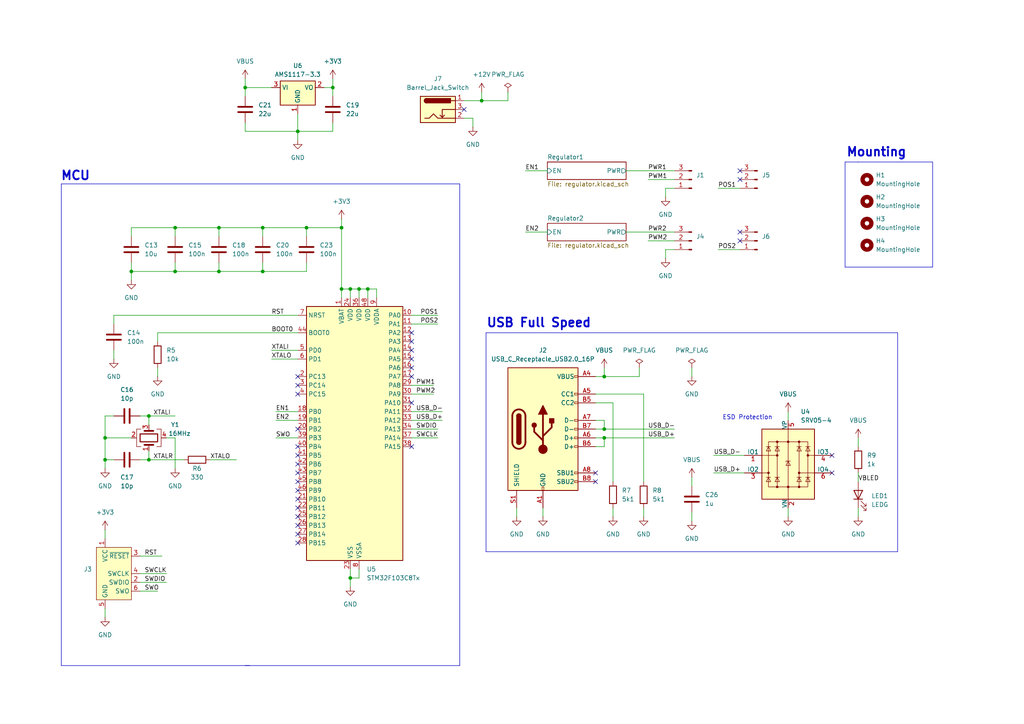
<source format=kicad_sch>
(kicad_sch (version 20231120) (generator "eeschema") (generator_version "8.0")
  (paper "A4")
  (lib_symbols
    (symbol "Connector:Barrel_Jack_Switch" (pin_names hide)
      (property "Reference" "J" (at 0 5.334 0))
      (property "Value" "Barrel_Jack_Switch" (at 0 -5.08 0))
      (symbol "Barrel_Jack_Switch_0_1"
        (rectangle (start -5.08 3.81) (end 5.08 -3.81) (stroke (width 0.254)) (fill (type background)))
        (arc (start -3.302 3.175) (mid -3.9343 2.54) (end -3.302 1.905) (stroke (width 0.254)))
        (arc (start -3.302 3.175) (mid -3.9343 2.54) (end -3.302 1.905) (stroke (width 0.254)) (fill (type outline)))
        (polyline (pts (xy 1.27 -2.286) (xy 1.905 -1.651)) (stroke (width 0.254)))
        (polyline (pts (xy 5.08 2.54) (xy 3.81 2.54)) (stroke (width 0.254)))
        (polyline (pts (xy 5.08 0) (xy 1.27 0) (xy 1.27 -2.286) (xy 0.635 -1.651)) (stroke (width 0.254)))
        (polyline (pts (xy -3.81 -2.54) (xy -2.54 -2.54) (xy -1.27 -1.27) (xy 0 -2.54) (xy 2.54 -2.54) (xy 5.08 -2.54)) (stroke (width 0.254)))
        (rectangle (start 3.683 3.175) (end -3.302 1.905) (stroke (width 0.254)) (fill (type outline)))
      )
      (symbol "Barrel_Jack_Switch_1_1"
        (pin passive line (at 7.62 2.54 180) (length 2.54) (name "~") (number "1"))
        (pin passive line (at 7.62 -2.54 180) (length 2.54) (name "~") (number "2"))
        (pin passive line (at 7.62 0 180) (length 2.54) (name "~") (number "3"))
      )
    )
    (symbol "Connector:Conn_01x03_Pin" (pin_names (offset 1.016) hide)
      (property "Reference" "J" (at 0 5.08 0))
      (property "Value" "Conn_01x03_Pin" (at 0 -5.08 0))
      (symbol "Conn_01x03_Pin_1_1"
        (polyline (pts (xy 1.27 -2.54) (xy 0.8636 -2.54)) (stroke (width 0.1524)))
        (polyline (pts (xy 1.27 0) (xy 0.8636 0)) (stroke (width 0.1524)))
        (polyline (pts (xy 1.27 2.54) (xy 0.8636 2.54)) (stroke (width 0.1524)))
        (rectangle (start 0.8636 -2.413) (end 0 -2.667) (stroke (width 0.1524)) (fill (type outline)))
        (rectangle (start 0.8636 0.127) (end 0 -0.127) (stroke (width 0.1524)) (fill (type outline)))
        (rectangle (start 0.8636 2.667) (end 0 2.413) (stroke (width 0.1524)) (fill (type outline)))
        (pin passive line (at 5.08 2.54 180) (length 3.81) (name "Pin_1") (number "1"))
        (pin passive line (at 5.08 0 180) (length 3.81) (name "Pin_2") (number "2"))
        (pin passive line (at 5.08 -2.54 180) (length 3.81) (name "Pin_3") (number "3"))
      )
    )
    (symbol "Connector:Conn_ARM_SWD_TagConnect_TC2030-NL" (in_bom no)
      (property "Reference" "J" (at 2.54 11.43 0))
      (property "Value" "Conn_ARM_SWD_TagConnect_TC2030-NL" (at 2.54 8.89 0))
      (symbol "Conn_ARM_SWD_TagConnect_TC2030-NL_0_0"
        (pin power_in line (at -2.54 10.16 270) (length 2.54) (name "VCC") (number "1"))
        (pin bidirectional line (at 7.62 -2.54 180) (length 2.54) (name "SWDIO") (number "2"))
        (pin open_collector line (at 7.62 5.08 180) (length 2.54) (name "~{RESET}") (number "3"))
        (pin output line (at 7.62 0 180) (length 2.54) (name "SWCLK") (number "4"))
        (pin power_in line (at -2.54 -10.16 90) (length 2.54) (name "GND") (number "5"))
        (pin input line (at 7.62 -5.08 180) (length 2.54) (name "SWO") (number "6"))
      )
      (symbol "Conn_ARM_SWD_TagConnect_TC2030-NL_0_1"
        (rectangle (start -5.08 7.62) (end 5.08 -7.62) (fill (type background)))
      )
    )
    (symbol "Connector:USB_C_Receptacle_USB2.0_16P" (pin_names (offset 1.016))
      (property "Reference" "J" (at 0 22.225 0))
      (property "Value" "USB_C_Receptacle_USB2.0_16P" (at 0 19.685 0))
      (symbol "USB_C_Receptacle_USB2.0_16P_0_0"
        (rectangle (start -0.254 -17.78) (end 0.254 -16.764))
        (rectangle (start 10.16 -14.986) (end 9.144 -15.494))
        (rectangle (start 10.16 -12.446) (end 9.144 -12.954))
        (rectangle (start 10.16 -4.826) (end 9.144 -5.334))
        (rectangle (start 10.16 -2.286) (end 9.144 -2.794))
        (rectangle (start 10.16 0.254) (end 9.144 -0.254))
        (rectangle (start 10.16 2.794) (end 9.144 2.286))
        (rectangle (start 10.16 7.874) (end 9.144 7.366))
        (rectangle (start 10.16 10.414) (end 9.144 9.906))
        (rectangle (start 10.16 15.494) (end 9.144 14.986))
      )
      (symbol "USB_C_Receptacle_USB2.0_16P_0_1"
        (rectangle (start -10.16 17.78) (end 10.16 -17.78) (stroke (width 0.254)) (fill (type background)))
        (arc (start -8.89 -3.81) (mid -6.985 -5.7067) (end -5.08 -3.81) (stroke (width 0.508)))
        (arc (start -7.62 -3.81) (mid -6.985 -4.4423) (end -6.35 -3.81) (stroke (width 0.254)))
        (arc (start -7.62 -3.81) (mid -6.985 -4.4423) (end -6.35 -3.81) (stroke (width 0.254)) (fill (type outline)))
        (rectangle (start -7.62 -3.81) (end -6.35 3.81) (stroke (width 0.254)) (fill (type outline)))
        (arc (start -6.35 3.81) (mid -6.985 4.4423) (end -7.62 3.81) (stroke (width 0.254)))
        (arc (start -6.35 3.81) (mid -6.985 4.4423) (end -7.62 3.81) (stroke (width 0.254)) (fill (type outline)))
        (arc (start -5.08 3.81) (mid -6.985 5.7067) (end -8.89 3.81) (stroke (width 0.508)))
        (circle (center -2.54 1.143) (radius 0.635) (stroke (width 0.254)) (fill (type outline)))
        (circle (center 0 -5.842) (radius 1.27) (fill (type outline)))
        (polyline (pts (xy -8.89 -3.81) (xy -8.89 3.81)) (stroke (width 0.508)))
        (polyline (pts (xy -5.08 3.81) (xy -5.08 -3.81)) (stroke (width 0.508)))
        (polyline (pts (xy 0 -5.842) (xy 0 4.318)) (stroke (width 0.508)))
        (polyline (pts (xy 0 -3.302) (xy -2.54 -0.762) (xy -2.54 0.508)) (stroke (width 0.508)))
        (polyline (pts (xy 0 -2.032) (xy 2.54 0.508) (xy 2.54 1.778)) (stroke (width 0.508)))
        (polyline (pts (xy -1.27 4.318) (xy 0 6.858) (xy 1.27 4.318) (xy -1.27 4.318)) (stroke (width 0.254)) (fill (type outline)))
        (rectangle (start 1.905 1.778) (end 3.175 3.048) (stroke (width 0.254)) (fill (type outline)))
      )
      (symbol "USB_C_Receptacle_USB2.0_16P_1_1"
        (pin passive line (at 0 -22.86 90) (length 5.08) (name "GND") (number "A1"))
        (pin passive line (at 0 -22.86 90) (length 5.08) hide (name "GND") (number "A12"))
        (pin passive line (at 15.24 15.24 180) (length 5.08) (name "VBUS") (number "A4"))
        (pin bidirectional line (at 15.24 10.16 180) (length 5.08) (name "CC1") (number "A5"))
        (pin bidirectional line (at 15.24 -2.54 180) (length 5.08) (name "D+") (number "A6"))
        (pin bidirectional line (at 15.24 2.54 180) (length 5.08) (name "D-") (number "A7"))
        (pin bidirectional line (at 15.24 -12.7 180) (length 5.08) (name "SBU1") (number "A8"))
        (pin passive line (at 15.24 15.24 180) (length 5.08) hide (name "VBUS") (number "A9"))
        (pin passive line (at 0 -22.86 90) (length 5.08) hide (name "GND") (number "B1"))
        (pin passive line (at 0 -22.86 90) (length 5.08) hide (name "GND") (number "B12"))
        (pin passive line (at 15.24 15.24 180) (length 5.08) hide (name "VBUS") (number "B4"))
        (pin bidirectional line (at 15.24 7.62 180) (length 5.08) (name "CC2") (number "B5"))
        (pin bidirectional line (at 15.24 -5.08 180) (length 5.08) (name "D+") (number "B6"))
        (pin bidirectional line (at 15.24 0 180) (length 5.08) (name "D-") (number "B7"))
        (pin bidirectional line (at 15.24 -15.24 180) (length 5.08) (name "SBU2") (number "B8"))
        (pin passive line (at 15.24 15.24 180) (length 5.08) hide (name "VBUS") (number "B9"))
        (pin passive line (at -7.62 -22.86 90) (length 5.08) (name "SHIELD") (number "S1"))
      )
    )
    (symbol "Device:C" (pin_numbers hide) (pin_names (offset 0.254))
      (property "Reference" "C" (at 0.635 2.54 0))
      (property "Value" "C" (at 0.635 -2.54 0))
      (symbol "C_0_1"
        (polyline (pts (xy -2.032 -0.762) (xy 2.032 -0.762)) (stroke (width 0.508)))
        (polyline (pts (xy -2.032 0.762) (xy 2.032 0.762)) (stroke (width 0.508)))
      )
      (symbol "C_1_1"
        (pin passive line (at 0 3.81 270) (length 2.794) (name "~") (number "1"))
        (pin passive line (at 0 -3.81 90) (length 2.794) (name "~") (number "2"))
      )
    )
    (symbol "Device:Crystal_GND24" (pin_names (offset 1.016) hide)
      (property "Reference" "Y" (at 3.175 5.08 0))
      (property "Value" "Crystal_GND24" (at 3.175 3.175 0))
      (symbol "Crystal_GND24_0_1"
        (rectangle (start -1.143 2.54) (end 1.143 -2.54) (stroke (width 0.3048)))
        (polyline (pts (xy -2.54 0) (xy -2.032 0)))
        (polyline (pts (xy -2.032 -1.27) (xy -2.032 1.27)) (stroke (width 0.508)))
        (polyline (pts (xy 0 -3.81) (xy 0 -3.556)))
        (polyline (pts (xy 0 3.556) (xy 0 3.81)))
        (polyline (pts (xy 2.032 -1.27) (xy 2.032 1.27)) (stroke (width 0.508)))
        (polyline (pts (xy 2.032 0) (xy 2.54 0)))
        (polyline (pts (xy -2.54 -2.286) (xy -2.54 -3.556) (xy 2.54 -3.556) (xy 2.54 -2.286)))
        (polyline (pts (xy -2.54 2.286) (xy -2.54 3.556) (xy 2.54 3.556) (xy 2.54 2.286)))
      )
      (symbol "Crystal_GND24_1_1"
        (pin passive line (at -3.81 0 0) (length 1.27) (name "1") (number "1"))
        (pin passive line (at 0 5.08 270) (length 1.27) (name "2") (number "2"))
        (pin passive line (at 3.81 0 180) (length 1.27) (name "3") (number "3"))
        (pin passive line (at 0 -5.08 90) (length 1.27) (name "4") (number "4"))
      )
    )
    (symbol "Device:LED" (pin_numbers hide) (pin_names (offset 1.016) hide)
      (property "Reference" "D" (at 0 2.54 0))
      (property "Value" "LED" (at 0 -2.54 0))
      (symbol "LED_0_1"
        (polyline (pts (xy -1.27 -1.27) (xy -1.27 1.27)) (stroke (width 0.254)))
        (polyline (pts (xy -1.27 0) (xy 1.27 0)))
        (polyline (pts (xy 1.27 -1.27) (xy 1.27 1.27) (xy -1.27 0) (xy 1.27 -1.27)) (stroke (width 0.254)))
        (polyline (pts (xy -3.048 -0.762) (xy -4.572 -2.286) (xy -3.81 -2.286) (xy -4.572 -2.286) (xy -4.572 -1.524)))
        (polyline (pts (xy -1.778 -0.762) (xy -3.302 -2.286) (xy -2.54 -2.286) (xy -3.302 -2.286) (xy -3.302 -1.524)))
      )
      (symbol "LED_1_1"
        (pin passive line (at -3.81 0 0) (length 2.54) (name "K") (number "1"))
        (pin passive line (at 3.81 0 180) (length 2.54) (name "A") (number "2"))
      )
    )
    (symbol "Device:R" (pin_numbers hide) (pin_names (offset 0))
      (property "Reference" "R" (at 2.032 0 90))
      (property "Value" "R" (at 0 0 90))
      (symbol "R_0_1"
        (rectangle (start -1.016 -2.54) (end 1.016 2.54) (stroke (width 0.254)))
      )
      (symbol "R_1_1"
        (pin passive line (at 0 3.81 270) (length 1.27) (name "~") (number "1"))
        (pin passive line (at 0 -3.81 90) (length 1.27) (name "~") (number "2"))
      )
    )
    (symbol "GND_1" (power) (pin_numbers hide) (pin_names (offset 0) hide)
      (property "Value" "GND" (at 0 -3.81 0))
      (symbol "GND_1_0_1"
        (polyline (pts (xy 0 0) (xy 0 -1.27) (xy 1.27 -1.27) (xy 0 -2.54) (xy -1.27 -1.27) (xy 0 -1.27)))
      )
      (symbol "GND_1_1_1"
        (pin power_in line (at 0 0 270) (length 0) (name "~") (number "1"))
      )
    )
    (symbol "GND_10" (power) (pin_numbers hide) (pin_names (offset 0) hide)
      (property "Value" "GND" (at 0 -3.81 0))
      (symbol "GND_10_0_1"
        (polyline (pts (xy 0 0) (xy 0 -1.27) (xy 1.27 -1.27) (xy 0 -2.54) (xy -1.27 -1.27) (xy 0 -1.27)))
      )
      (symbol "GND_10_1_1"
        (pin power_in line (at 0 0 270) (length 0) (name "~") (number "1"))
      )
    )
    (symbol "GND_12" (power) (pin_numbers hide) (pin_names (offset 0) hide)
      (property "Value" "GND" (at 0 -3.81 0))
      (symbol "GND_12_0_1"
        (polyline (pts (xy 0 0) (xy 0 -1.27) (xy 1.27 -1.27) (xy 0 -2.54) (xy -1.27 -1.27) (xy 0 -1.27)))
      )
      (symbol "GND_12_1_1"
        (pin power_in line (at 0 0 270) (length 0) (name "~") (number "1"))
      )
    )
    (symbol "GND_13" (power) (pin_numbers hide) (pin_names (offset 0) hide)
      (property "Value" "GND" (at 0 -3.81 0))
      (symbol "GND_13_0_1"
        (polyline (pts (xy 0 0) (xy 0 -1.27) (xy 1.27 -1.27) (xy 0 -2.54) (xy -1.27 -1.27) (xy 0 -1.27)))
      )
      (symbol "GND_13_1_1"
        (pin power_in line (at 0 0 270) (length 0) (name "~") (number "1"))
      )
    )
    (symbol "GND_14" (power) (pin_numbers hide) (pin_names (offset 0) hide)
      (property "Value" "GND" (at 0 -3.81 0))
      (symbol "GND_14_0_1"
        (polyline (pts (xy 0 0) (xy 0 -1.27) (xy 1.27 -1.27) (xy 0 -2.54) (xy -1.27 -1.27) (xy 0 -1.27)))
      )
      (symbol "GND_14_1_1"
        (pin power_in line (at 0 0 270) (length 0) (name "~") (number "1"))
      )
    )
    (symbol "GND_16" (power) (pin_numbers hide) (pin_names (offset 0) hide)
      (property "Value" "GND" (at 0 -3.81 0))
      (symbol "GND_16_0_1"
        (polyline (pts (xy 0 0) (xy 0 -1.27) (xy 1.27 -1.27) (xy 0 -2.54) (xy -1.27 -1.27) (xy 0 -1.27)))
      )
      (symbol "GND_16_1_1"
        (pin power_in line (at 0 0 270) (length 0) (name "~") (number "1"))
      )
    )
    (symbol "GND_17" (power) (pin_numbers hide) (pin_names (offset 0) hide)
      (property "Value" "GND" (at 0 -3.81 0))
      (symbol "GND_17_0_1"
        (polyline (pts (xy 0 0) (xy 0 -1.27) (xy 1.27 -1.27) (xy 0 -2.54) (xy -1.27 -1.27) (xy 0 -1.27)))
      )
      (symbol "GND_17_1_1"
        (pin power_in line (at 0 0 270) (length 0) (name "~") (number "1"))
      )
    )
    (symbol "GND_2" (power) (pin_numbers hide) (pin_names (offset 0) hide)
      (property "Value" "GND" (at 0 -3.81 0))
      (symbol "GND_2_0_1"
        (polyline (pts (xy 0 0) (xy 0 -1.27) (xy 1.27 -1.27) (xy 0 -2.54) (xy -1.27 -1.27) (xy 0 -1.27)))
      )
      (symbol "GND_2_1_1"
        (pin power_in line (at 0 0 270) (length 0) (name "~") (number "1"))
      )
    )
    (symbol "GND_6" (power) (pin_numbers hide) (pin_names (offset 0) hide)
      (property "Value" "GND" (at 0 -3.81 0))
      (symbol "GND_6_0_1"
        (polyline (pts (xy 0 0) (xy 0 -1.27) (xy 1.27 -1.27) (xy 0 -2.54) (xy -1.27 -1.27) (xy 0 -1.27)))
      )
      (symbol "GND_6_1_1"
        (pin power_in line (at 0 0 270) (length 0) (name "~") (number "1"))
      )
    )
    (symbol "GND_9" (power) (pin_numbers hide) (pin_names (offset 0) hide)
      (property "Value" "GND" (at 0 -3.81 0))
      (symbol "GND_9_0_1"
        (polyline (pts (xy 0 0) (xy 0 -1.27) (xy 1.27 -1.27) (xy 0 -2.54) (xy -1.27 -1.27) (xy 0 -1.27)))
      )
      (symbol "GND_9_1_1"
        (pin power_in line (at 0 0 270) (length 0) (name "~") (number "1"))
      )
    )
    (symbol "MCU_ST_STM32F1:STM32F103C8Tx"
      (property "Reference" "U" (at -12.7 39.37 0))
      (property "Value" "STM32F103C8Tx" (at 10.16 39.37 0))
      (symbol "STM32F103C8Tx_0_1"
        (rectangle (start -12.7 -35.56) (end 15.24 38.1) (stroke (width 0.254)) (fill (type background)))
      )
      (symbol "STM32F103C8Tx_1_1"
        (pin power_in line (at -2.54 40.64 270) (length 2.54) (name "VBAT") (number "1"))
        (pin bidirectional line (at 17.78 35.56 180) (length 2.54) (name "PA0") (number "10"))
        (pin bidirectional line (at 17.78 33.02 180) (length 2.54) (name "PA1") (number "11"))
        (pin bidirectional line (at 17.78 30.48 180) (length 2.54) (name "PA2") (number "12"))
        (pin bidirectional line (at 17.78 27.94 180) (length 2.54) (name "PA3") (number "13"))
        (pin bidirectional line (at 17.78 25.4 180) (length 2.54) (name "PA4") (number "14"))
        (pin bidirectional line (at 17.78 22.86 180) (length 2.54) (name "PA5") (number "15"))
        (pin bidirectional line (at 17.78 20.32 180) (length 2.54) (name "PA6") (number "16"))
        (pin bidirectional line (at 17.78 17.78 180) (length 2.54) (name "PA7") (number "17"))
        (pin bidirectional line (at -15.24 7.62 0) (length 2.54) (name "PB0") (number "18"))
        (pin bidirectional line (at -15.24 5.08 0) (length 2.54) (name "PB1") (number "19"))
        (pin bidirectional line (at -15.24 17.78 0) (length 2.54) (name "PC13") (number "2"))
        (pin bidirectional line (at -15.24 2.54 0) (length 2.54) (name "PB2") (number "20"))
        (pin bidirectional line (at -15.24 -17.78 0) (length 2.54) (name "PB10") (number "21"))
        (pin bidirectional line (at -15.24 -20.32 0) (length 2.54) (name "PB11") (number "22"))
        (pin power_in line (at 0 -38.1 90) (length 2.54) (name "VSS") (number "23"))
        (pin power_in line (at 0 40.64 270) (length 2.54) (name "VDD") (number "24"))
        (pin bidirectional line (at -15.24 -22.86 0) (length 2.54) (name "PB12") (number "25"))
        (pin bidirectional line (at -15.24 -25.4 0) (length 2.54) (name "PB13") (number "26"))
        (pin bidirectional line (at -15.24 -27.94 0) (length 2.54) (name "PB14") (number "27"))
        (pin bidirectional line (at -15.24 -30.48 0) (length 2.54) (name "PB15") (number "28"))
        (pin bidirectional line (at 17.78 15.24 180) (length 2.54) (name "PA8") (number "29"))
        (pin bidirectional line (at -15.24 15.24 0) (length 2.54) (name "PC14") (number "3"))
        (pin bidirectional line (at 17.78 12.7 180) (length 2.54) (name "PA9") (number "30"))
        (pin bidirectional line (at 17.78 10.16 180) (length 2.54) (name "PA10") (number "31"))
        (pin bidirectional line (at 17.78 7.62 180) (length 2.54) (name "PA11") (number "32"))
        (pin bidirectional line (at 17.78 5.08 180) (length 2.54) (name "PA12") (number "33"))
        (pin bidirectional line (at 17.78 2.54 180) (length 2.54) (name "PA13") (number "34"))
        (pin passive line (at 0 -38.1 90) (length 2.54) hide (name "VSS") (number "35"))
        (pin power_in line (at 2.54 40.64 270) (length 2.54) (name "VDD") (number "36"))
        (pin bidirectional line (at 17.78 0 180) (length 2.54) (name "PA14") (number "37"))
        (pin bidirectional line (at 17.78 -2.54 180) (length 2.54) (name "PA15") (number "38"))
        (pin bidirectional line (at -15.24 0 0) (length 2.54) (name "PB3") (number "39"))
        (pin bidirectional line (at -15.24 12.7 0) (length 2.54) (name "PC15") (number "4"))
        (pin bidirectional line (at -15.24 -2.54 0) (length 2.54) (name "PB4") (number "40"))
        (pin bidirectional line (at -15.24 -5.08 0) (length 2.54) (name "PB5") (number "41"))
        (pin bidirectional line (at -15.24 -7.62 0) (length 2.54) (name "PB6") (number "42"))
        (pin bidirectional line (at -15.24 -10.16 0) (length 2.54) (name "PB7") (number "43"))
        (pin input line (at -15.24 30.48 0) (length 2.54) (name "BOOT0") (number "44"))
        (pin bidirectional line (at -15.24 -12.7 0) (length 2.54) (name "PB8") (number "45"))
        (pin bidirectional line (at -15.24 -15.24 0) (length 2.54) (name "PB9") (number "46"))
        (pin passive line (at 0 -38.1 90) (length 2.54) hide (name "VSS") (number "47"))
        (pin power_in line (at 5.08 40.64 270) (length 2.54) (name "VDD") (number "48"))
        (pin bidirectional line (at -15.24 25.4 0) (length 2.54) (name "PD0") (number "5"))
        (pin bidirectional line (at -15.24 22.86 0) (length 2.54) (name "PD1") (number "6"))
        (pin input line (at -15.24 35.56 0) (length 2.54) (name "NRST") (number "7"))
        (pin power_in line (at 2.54 -38.1 90) (length 2.54) (name "VSSA") (number "8"))
        (pin power_in line (at 7.62 40.64 270) (length 2.54) (name "VDDA") (number "9"))
      )
    )
    (symbol "Mechanical:MountingHole" (pin_names (offset 1.016)) (exclude_from_sim yes) (in_bom no)
      (property "Reference" "H" (at 0 5.08 0))
      (property "Value" "MountingHole" (at 0 3.175 0))
      (symbol "MountingHole_0_1"
        (circle (center 0 0) (radius 1.27) (stroke (width 1.27)))
      )
    )
    (symbol "Power_Protection:SRV05-4" (pin_names (offset 0))
      (property "Reference" "U" (at -5.08 11.43 0))
      (property "Value" "SRV05-4" (at 2.54 11.43 0))
      (symbol "SRV05-4_0_0"
        (rectangle (start -5.715 6.477) (end 5.715 -6.604))
        (polyline (pts (xy -3.175 -6.604) (xy -3.175 6.477)))
        (polyline (pts (xy 3.175 6.477) (xy 3.175 -6.604)))
      )
      (symbol "SRV05-4_0_1"
        (rectangle (start -7.62 10.16) (end 7.62 -10.16) (stroke (width 0.254)) (fill (type background)))
        (circle (center -5.715 -2.54) (radius 0.2794) (fill (type outline)))
        (circle (center -3.175 -6.604) (radius 0.2794) (fill (type outline)))
        (circle (center -3.175 2.54) (radius 0.2794) (fill (type outline)))
        (circle (center -3.175 6.477) (radius 0.2794) (fill (type outline)))
        (circle (center 0 -6.604) (radius 0.2794) (fill (type outline)))
        (polyline (pts (xy -7.747 2.54) (xy -3.175 2.54)))
        (polyline (pts (xy -7.62 -2.54) (xy -5.715 -2.54)))
        (polyline (pts (xy -5.08 -3.81) (xy -6.35 -3.81)))
        (polyline (pts (xy -5.08 5.08) (xy -6.35 5.08)))
        (polyline (pts (xy -2.54 -3.81) (xy -3.81 -3.81)))
        (polyline (pts (xy -2.54 5.08) (xy -3.81 5.08)))
        (polyline (pts (xy 0 10.16) (xy 0 -10.16)))
        (polyline (pts (xy 3.81 -3.81) (xy 2.54 -3.81)))
        (polyline (pts (xy 3.81 5.08) (xy 2.54 5.08)))
        (polyline (pts (xy 6.35 -3.81) (xy 5.08 -3.81)))
        (polyline (pts (xy 6.35 5.08) (xy 5.08 5.08)))
        (polyline (pts (xy 7.62 -2.54) (xy 3.175 -2.54)))
        (polyline (pts (xy 7.62 2.54) (xy 5.715 2.54)))
        (polyline (pts (xy 0.635 0.889) (xy -0.635 0.889) (xy -0.635 0.635)))
        (polyline (pts (xy -5.08 -5.08) (xy -6.35 -5.08) (xy -5.715 -3.81) (xy -5.08 -5.08)))
        (polyline (pts (xy -5.08 3.81) (xy -6.35 3.81) (xy -5.715 5.08) (xy -5.08 3.81)))
        (polyline (pts (xy -2.54 -5.08) (xy -3.81 -5.08) (xy -3.175 -3.81) (xy -2.54 -5.08)))
        (polyline (pts (xy -2.54 3.81) (xy -3.81 3.81) (xy -3.175 5.08) (xy -2.54 3.81)))
        (polyline (pts (xy 0.635 -0.381) (xy -0.635 -0.381) (xy 0 0.889) (xy 0.635 -0.381)))
        (polyline (pts (xy 3.81 -5.08) (xy 2.54 -5.08) (xy 3.175 -3.81) (xy 3.81 -5.08)))
        (polyline (pts (xy 3.81 3.81) (xy 2.54 3.81) (xy 3.175 5.08) (xy 3.81 3.81)))
        (polyline (pts (xy 6.35 -5.08) (xy 5.08 -5.08) (xy 5.715 -3.81) (xy 6.35 -5.08)))
        (polyline (pts (xy 6.35 3.81) (xy 5.08 3.81) (xy 5.715 5.08) (xy 6.35 3.81)))
        (circle (center 0 6.477) (radius 0.2794) (fill (type outline)))
        (circle (center 3.175 -6.604) (radius 0.2794) (fill (type outline)))
        (circle (center 3.175 -2.54) (radius 0.2794) (fill (type outline)))
        (circle (center 3.175 6.477) (radius 0.2794) (fill (type outline)))
        (circle (center 5.715 2.54) (radius 0.2794) (fill (type outline)))
      )
      (symbol "SRV05-4_1_1"
        (pin passive line (at -12.7 2.54 0) (length 5.08) (name "IO1") (number "1"))
        (pin passive line (at 0 -12.7 90) (length 2.54) (name "VN") (number "2"))
        (pin passive line (at -12.7 -2.54 0) (length 5.08) (name "IO2") (number "3"))
        (pin passive line (at 12.7 2.54 180) (length 5.08) (name "IO3") (number "4"))
        (pin passive line (at 0 12.7 270) (length 2.54) (name "VP") (number "5"))
        (pin passive line (at 12.7 -2.54 180) (length 5.08) (name "IO4") (number "6"))
      )
    )
    (symbol "Regulator_Linear:AMS1117-3.3"
      (property "Reference" "U" (at -3.81 3.175 0))
      (property "Value" "AMS1117-3.3" (at 0 3.175 0))
      (symbol "AMS1117-3.3_0_1"
        (rectangle (start -5.08 -5.08) (end 5.08 1.905) (stroke (width 0.254)) (fill (type background)))
      )
      (symbol "AMS1117-3.3_1_1"
        (pin power_in line (at 0 -7.62 90) (length 2.54) (name "GND") (number "1"))
        (pin power_out line (at 7.62 0 180) (length 2.54) (name "VO") (number "2"))
        (pin power_in line (at -7.62 0 0) (length 2.54) (name "VI") (number "3"))
      )
    )
    (symbol "power:+12V" (power) (pin_numbers hide) (pin_names (offset 0) hide)
      (property "Value" "+12V" (at 0 3.556 0))
      (symbol "+12V_0_1"
        (polyline (pts (xy -0.762 1.27) (xy 0 2.54)))
        (polyline (pts (xy 0 0) (xy 0 2.54)))
        (polyline (pts (xy 0 2.54) (xy 0.762 1.27)))
      )
      (symbol "+12V_1_1"
        (pin power_in line (at 0 0 90) (length 0) (name "~") (number "1"))
      )
    )
    (symbol "power:+3V3" (power) (pin_numbers hide) (pin_names (offset 0) hide)
      (property "Value" "+3V3" (at 0 3.556 0))
      (symbol "+3V3_0_1"
        (polyline (pts (xy -0.762 1.27) (xy 0 2.54)))
        (polyline (pts (xy 0 0) (xy 0 2.54)))
        (polyline (pts (xy 0 2.54) (xy 0.762 1.27)))
      )
      (symbol "+3V3_1_1"
        (pin power_in line (at 0 0 90) (length 0) (name "~") (number "1"))
      )
    )
    (symbol "power:GND" (power) (pin_numbers hide) (pin_names (offset 0) hide)
      (property "Value" "GND" (at 0 -3.81 0))
      (symbol "GND_0_1"
        (polyline (pts (xy 0 0) (xy 0 -1.27) (xy 1.27 -1.27) (xy 0 -2.54) (xy -1.27 -1.27) (xy 0 -1.27)))
      )
      (symbol "GND_1_1"
        (pin power_in line (at 0 0 270) (length 0) (name "~") (number "1"))
      )
    )
    (symbol "power:PWR_FLAG" (power) (pin_numbers hide) (pin_names (offset 0) hide)
      (property "Value" "PWR_FLAG" (at 0 3.81 0))
      (symbol "PWR_FLAG_0_0"
        (pin power_out line (at 0 0 90) (length 0) (name "~") (number "1"))
      )
      (symbol "PWR_FLAG_0_1"
        (polyline (pts (xy 0 0) (xy 0 1.27) (xy -1.016 1.905) (xy 0 2.54) (xy 1.016 1.905) (xy 0 1.27)))
      )
    )
    (symbol "power:VBUS" (power) (pin_numbers hide) (pin_names (offset 0) hide)
      (property "Value" "VBUS" (at 0 3.556 0))
      (symbol "VBUS_0_1"
        (polyline (pts (xy -0.762 1.27) (xy 0 2.54)))
        (polyline (pts (xy 0 0) (xy 0 2.54)))
        (polyline (pts (xy 0 2.54) (xy 0.762 1.27)))
      )
      (symbol "VBUS_1_1"
        (pin power_in line (at 0 0 90) (length 0) (name "~") (number "1"))
      )
    )
    (symbol "power:VDD" (power) (pin_numbers hide) (pin_names (offset 0) hide)
      (property "Value" "VDD" (at 0 3.556 0))
      (symbol "VDD_0_1"
        (polyline (pts (xy -0.762 1.27) (xy 0 2.54)))
        (polyline (pts (xy 0 0) (xy 0 2.54)))
        (polyline (pts (xy 0 2.54) (xy 0.762 1.27)))
      )
      (symbol "VDD_1_1"
        (pin power_in line (at 0 0 90) (length 0) (name "~") (number "1"))
      )
    )
  )
  (junction (at 76.2 78.74))
  (junction (at 99.06 83.82))
  (junction (at 30.48 127))
  (junction (at 96.52 25.4))
  (junction (at 86.36 38.1))
  (junction (at 106.68 83.82))
  (junction (at 99.06 66.04))
  (junction (at 63.5 78.74))
  (junction (at 175.26 127))
  (junction (at 139.7 29.21))
  (junction (at 88.9 66.04))
  (junction (at 30.48 133.35))
  (junction (at 101.6 83.82))
  (junction (at 175.26 124.46))
  (junction (at 175.26 109.22))
  (junction (at 63.5 66.04))
  (junction (at 50.8 66.04))
  (junction (at 71.12 25.4))
  (junction (at 38.1 78.74))
  (junction (at 76.2 66.04))
  (junction (at 104.14 83.82))
  (junction (at 43.18 120.65))
  (junction (at 101.6 167.64))
  (junction (at 50.8 78.74))
  (junction (at 43.18 133.35))
  (no_connect (at 119.38 129.54))
  (no_connect (at 214.63 49.53))
  (no_connect (at 241.3 137.16))
  (no_connect (at 86.36 109.22))
  (no_connect (at 119.38 106.68))
  (no_connect (at 86.36 139.7))
  (no_connect (at 119.38 96.52))
  (no_connect (at 119.38 104.14))
  (no_connect (at 86.36 134.62))
  (no_connect (at 86.36 152.4))
  (no_connect (at 86.36 149.86))
  (no_connect (at 214.63 52.07))
  (no_connect (at 172.72 139.7))
  (no_connect (at 86.36 137.16))
  (no_connect (at 86.36 111.76))
  (no_connect (at 86.36 132.08))
  (no_connect (at 86.36 147.32))
  (no_connect (at 86.36 114.3))
  (no_connect (at 86.36 129.54))
  (no_connect (at 119.38 101.6))
  (no_connect (at 119.38 116.84))
  (no_connect (at 86.36 144.78))
  (no_connect (at 172.72 137.16))
  (no_connect (at 119.38 109.22))
  (no_connect (at 241.3 132.08))
  (no_connect (at 86.36 124.46))
  (no_connect (at 134.62 31.75))
  (no_connect (at 214.63 67.31))
  (no_connect (at 214.63 69.85))
  (no_connect (at 119.38 99.06))
  (no_connect (at 86.36 154.94))
  (no_connect (at 86.36 142.24))
  (no_connect (at 86.36 157.48))
  (wire (pts (xy 76.2 78.74) (xy 88.9 78.74)))
  (wire (pts (xy 106.68 83.82) (xy 106.68 86.36)))
  (wire (pts (xy 139.7 29.21) (xy 147.32 29.21)))
  (wire (pts (xy 101.6 165.1) (xy 101.6 167.64)))
  (polyline (pts (xy 245.11 77.47) (xy 245.11 46.99)))
  (wire (pts (xy 38.1 68.58) (xy 38.1 66.04)))
  (wire (pts (xy 248.92 127) (xy 248.92 129.54)))
  (wire (pts (xy 86.36 96.52) (xy 45.72 96.52)))
  (wire (pts (xy 185.42 109.22) (xy 175.26 109.22)))
  (wire (pts (xy 172.72 129.54) (xy 175.26 129.54)))
  (wire (pts (xy 193.04 54.61) (xy 195.58 54.61)))
  (wire (pts (xy 187.96 69.85) (xy 195.58 69.85)))
  (wire (pts (xy 137.16 36.83) (xy 137.16 34.29)))
  (polyline (pts (xy 270.51 77.47) (xy 245.11 77.47)))
  (wire (pts (xy 30.48 135.89) (xy 30.48 133.35)))
  (wire (pts (xy 186.69 147.32) (xy 186.69 149.86)))
  (wire (pts (xy 119.38 121.92) (xy 128.27 121.92)))
  (wire (pts (xy 43.18 133.35) (xy 40.64 133.35)))
  (wire (pts (xy 50.8 127) (xy 50.8 135.89)))
  (wire (pts (xy 78.74 101.6) (xy 86.36 101.6)))
  (wire (pts (xy 80.01 127) (xy 86.36 127)))
  (wire (pts (xy 185.42 106.68) (xy 185.42 109.22)))
  (wire (pts (xy 181.61 67.31) (xy 195.58 67.31)))
  (polyline (pts (xy 245.11 46.99) (xy 248.92 46.99)))
  (polyline (pts (xy 17.78 193.04) (xy 72.39 193.04)))
  (wire (pts (xy 40.64 168.91) (xy 48.26 168.91)))
  (wire (pts (xy 99.06 83.82) (xy 99.06 86.36)))
  (polyline (pts (xy 222.25 96.52) (xy 260.35 96.52)))
  (wire (pts (xy 43.18 130.81) (xy 43.18 133.35)))
  (wire (pts (xy 38.1 78.74) (xy 50.8 78.74)))
  (wire (pts (xy 71.12 35.56) (xy 71.12 38.1)))
  (wire (pts (xy 30.48 127) (xy 38.1 127)))
  (wire (pts (xy 172.72 121.92) (xy 175.26 121.92)))
  (wire (pts (xy 193.04 72.39) (xy 195.58 72.39)))
  (wire (pts (xy 43.18 133.35) (xy 53.34 133.35)))
  (wire (pts (xy 175.26 127) (xy 195.58 127)))
  (wire (pts (xy 200.66 148.59) (xy 200.66 151.13)))
  (wire (pts (xy 119.38 114.3) (xy 125.73 114.3)))
  (wire (pts (xy 76.2 76.2) (xy 76.2 78.74)))
  (wire (pts (xy 119.38 93.98) (xy 127 93.98)))
  (wire (pts (xy 99.06 83.82) (xy 101.6 83.82)))
  (wire (pts (xy 88.9 66.04) (xy 76.2 66.04)))
  (wire (pts (xy 175.26 106.68) (xy 175.26 109.22)))
  (wire (pts (xy 99.06 63.5) (xy 99.06 66.04)))
  (wire (pts (xy 88.9 66.04) (xy 99.06 66.04)))
  (wire (pts (xy 33.02 91.44) (xy 86.36 91.44)))
  (wire (pts (xy 45.72 96.52) (xy 45.72 99.06)))
  (wire (pts (xy 43.18 120.65) (xy 50.8 120.65)))
  (wire (pts (xy 30.48 120.65) (xy 33.02 120.65)))
  (wire (pts (xy 207.01 132.08) (xy 215.9 132.08)))
  (wire (pts (xy 63.5 76.2) (xy 63.5 78.74)))
  (wire (pts (xy 175.26 121.92) (xy 175.26 124.46)))
  (wire (pts (xy 43.18 120.65) (xy 40.64 120.65)))
  (wire (pts (xy 30.48 127) (xy 30.48 120.65)))
  (wire (pts (xy 76.2 66.04) (xy 76.2 68.58)))
  (wire (pts (xy 50.8 66.04) (xy 63.5 66.04)))
  (wire (pts (xy 80.01 121.92) (xy 86.36 121.92)))
  (polyline (pts (xy 248.92 46.99) (xy 270.51 46.99)))
  (polyline (pts (xy 17.78 53.34) (xy 17.78 193.04)))
  (wire (pts (xy 50.8 76.2) (xy 50.8 78.74)))
  (wire (pts (xy 119.38 124.46) (xy 127 124.46)))
  (wire (pts (xy 38.1 66.04) (xy 50.8 66.04)))
  (wire (pts (xy 38.1 78.74) (xy 38.1 81.28)))
  (wire (pts (xy 119.38 91.44) (xy 127 91.44)))
  (wire (pts (xy 186.69 114.3) (xy 186.69 139.7)))
  (wire (pts (xy 63.5 78.74) (xy 76.2 78.74)))
  (wire (pts (xy 106.68 83.82) (xy 109.22 83.82)))
  (wire (pts (xy 109.22 83.82) (xy 109.22 86.36)))
  (wire (pts (xy 101.6 167.64) (xy 104.14 167.64)))
  (wire (pts (xy 63.5 66.04) (xy 76.2 66.04)))
  (wire (pts (xy 147.32 29.21) (xy 147.32 26.67)))
  (polyline (pts (xy 133.35 193.04) (xy 133.35 53.34)))
  (wire (pts (xy 177.8 139.7) (xy 177.8 116.84)))
  (wire (pts (xy 96.52 25.4) (xy 96.52 27.94)))
  (wire (pts (xy 88.9 66.04) (xy 88.9 68.58)))
  (polyline (pts (xy 260.35 160.02) (xy 140.97 160.02)))
  (wire (pts (xy 139.7 29.21) (xy 134.62 29.21)))
  (wire (pts (xy 60.96 133.35) (xy 68.58 133.35)))
  (wire (pts (xy 177.8 116.84) (xy 172.72 116.84)))
  (polyline (pts (xy 71.12 193.04) (xy 133.35 193.04)))
  (wire (pts (xy 119.38 119.38) (xy 128.27 119.38)))
  (wire (pts (xy 157.48 147.32) (xy 157.48 149.86)))
  (wire (pts (xy 248.92 137.16) (xy 248.92 139.7)))
  (wire (pts (xy 228.6 119.38) (xy 228.6 121.92)))
  (wire (pts (xy 38.1 76.2) (xy 38.1 78.74)))
  (wire (pts (xy 43.18 123.19) (xy 43.18 120.65)))
  (wire (pts (xy 207.01 137.16) (xy 215.9 137.16)))
  (wire (pts (xy 193.04 72.39) (xy 193.04 74.93)))
  (wire (pts (xy 78.74 104.14) (xy 86.36 104.14)))
  (wire (pts (xy 50.8 68.58) (xy 50.8 66.04)))
  (wire (pts (xy 137.16 34.29) (xy 134.62 34.29)))
  (wire (pts (xy 104.14 83.82) (xy 104.14 86.36)))
  (wire (pts (xy 208.28 72.39) (xy 214.63 72.39)))
  (wire (pts (xy 30.48 153.67) (xy 30.48 156.21)))
  (wire (pts (xy 175.26 109.22) (xy 172.72 109.22)))
  (wire (pts (xy 30.48 133.35) (xy 30.48 127)))
  (wire (pts (xy 200.66 106.68) (xy 200.66 109.22)))
  (wire (pts (xy 187.96 52.07) (xy 195.58 52.07)))
  (wire (pts (xy 96.52 25.4) (xy 93.98 25.4)))
  (wire (pts (xy 33.02 93.98) (xy 33.02 91.44)))
  (wire (pts (xy 50.8 127) (xy 48.26 127)))
  (wire (pts (xy 71.12 25.4) (xy 78.74 25.4)))
  (polyline (pts (xy 140.97 160.02) (xy 140.97 96.52)))
  (wire (pts (xy 45.72 106.68) (xy 45.72 109.22)))
  (wire (pts (xy 99.06 66.04) (xy 99.06 83.82)))
  (polyline (pts (xy 260.35 96.52) (xy 260.35 160.02)))
  (wire (pts (xy 40.64 161.29) (xy 46.99 161.29)))
  (wire (pts (xy 40.64 166.37) (xy 48.26 166.37)))
  (wire (pts (xy 149.86 147.32) (xy 149.86 149.86)))
  (wire (pts (xy 30.48 176.53) (xy 30.48 179.07)))
  (wire (pts (xy 101.6 167.64) (xy 101.6 170.18)))
  (wire (pts (xy 101.6 83.82) (xy 104.14 83.82)))
  (wire (pts (xy 50.8 78.74) (xy 63.5 78.74)))
  (wire (pts (xy 104.14 83.82) (xy 106.68 83.82)))
  (wire (pts (xy 30.48 133.35) (xy 33.02 133.35)))
  (wire (pts (xy 71.12 22.86) (xy 71.12 25.4)))
  (wire (pts (xy 71.12 27.94) (xy 71.12 25.4)))
  (polyline (pts (xy 140.97 96.52) (xy 222.25 96.52)))
  (wire (pts (xy 63.5 66.04) (xy 63.5 68.58)))
  (wire (pts (xy 228.6 147.32) (xy 228.6 149.86)))
  (wire (pts (xy 119.38 127) (xy 127 127)))
  (wire (pts (xy 101.6 83.82) (xy 101.6 86.36)))
  (wire (pts (xy 96.52 22.86) (xy 96.52 25.4)))
  (wire (pts (xy 172.72 124.46) (xy 175.26 124.46)))
  (wire (pts (xy 139.7 29.21) (xy 139.7 26.67)))
  (wire (pts (xy 200.66 138.43) (xy 200.66 140.97)))
  (wire (pts (xy 40.64 171.45) (xy 45.72 171.45)))
  (wire (pts (xy 175.26 124.46) (xy 195.58 124.46)))
  (wire (pts (xy 86.36 33.02) (xy 86.36 38.1)))
  (wire (pts (xy 172.72 114.3) (xy 186.69 114.3)))
  (wire (pts (xy 177.8 147.32) (xy 177.8 149.86)))
  (wire (pts (xy 86.36 38.1) (xy 86.36 40.64)))
  (wire (pts (xy 181.61 49.53) (xy 195.58 49.53)))
  (wire (pts (xy 80.01 119.38) (xy 86.36 119.38)))
  (wire (pts (xy 193.04 54.61) (xy 193.04 57.15)))
  (wire (pts (xy 71.12 38.1) (xy 86.36 38.1)))
  (wire (pts (xy 172.72 127) (xy 175.26 127)))
  (wire (pts (xy 86.36 38.1) (xy 96.52 38.1)))
  (wire (pts (xy 152.4 49.53) (xy 158.75 49.53)))
  (wire (pts (xy 175.26 129.54) (xy 175.26 127)))
  (wire (pts (xy 119.38 111.76) (xy 125.73 111.76)))
  (wire (pts (xy 104.14 167.64) (xy 104.14 165.1)))
  (wire (pts (xy 96.52 38.1) (xy 96.52 35.56)))
  (wire (pts (xy 152.4 67.31) (xy 158.75 67.31)))
  (wire (pts (xy 248.92 147.32) (xy 248.92 149.86)))
  (wire (pts (xy 208.28 54.61) (xy 214.63 54.61)))
  (wire (pts (xy 33.02 101.6) (xy 33.02 104.14)))
  (polyline (pts (xy 133.35 53.34) (xy 17.78 53.34)))
  (wire (pts (xy 88.9 76.2) (xy 88.9 78.74)))
  (polyline (pts (xy 270.51 46.99) (xy 270.51 77.47)))
  (text "Mounting" (at 245.364 45.72 0) (effects (font (size 2.54 2.54) (thickness 0.508) (bold yes)) (justify left bottom)))
  (text "ESD Protection" (at 209.55 121.92 0) (effects (font (size 1.27 1.27)) (justify left bottom)))
  (text "MCU" (at 17.526 52.578 0) (effects (font (size 2.54 2.54) (thickness 0.508) (bold yes)) (justify left bottom)))
  (text "USB Full Speed" (at 140.97 95.25 0) (effects (font (size 2.54 2.54) (thickness 0.508) (bold yes)) (justify left bottom)))
  (label "USB_D-" (at 187.96 124.46 0))
  (label "SWDIO" (at 41.91 168.91 0))
  (label "RST" (at 41.91 161.29 0))
  (label "XTALI" (at 44.45 120.65 0))
  (label "SWO" (at 80.01 127 0))
  (label "PWM2" (at 187.96 69.85 0))
  (label "PWM1" (at 187.96 52.07 0))
  (label "VBLED" (at 248.92 139.7 0))
  (label "PWR1" (at 187.96 49.53 0))
  (label "USB_D+" (at 187.96 127 0))
  (label "XTALI" (at 78.74 101.6 0))
  (label "XTALO" (at 78.74 104.14 0))
  (label "USB_D+" (at 207.01 137.16 0))
  (label "POS2" (at 208.28 72.39 0))
  (label "XTALO" (at 60.96 133.35 0))
  (label "USB_D-" (at 207.01 132.08 0))
  (label "PWR2" (at 187.96 67.31 0))
  (label "POS1" (at 121.92 91.44 0))
  (label "USB_D-" (at 120.65 119.38 0))
  (label "EN1" (at 152.4 49.53 0))
  (label "PWM2" (at 120.65 114.3 0))
  (label "POS2" (at 121.92 93.98 0))
  (label "BOOT0" (at 78.74 96.52 0))
  (label "EN1" (at 80.01 119.38 0))
  (label "SWCLK" (at 41.91 166.37 0))
  (label "SWO" (at 41.91 171.45 0))
  (label "SWDIO" (at 120.65 124.46 0))
  (label "USB_D+" (at 120.65 121.92 0))
  (label "SWCLK" (at 120.65 127 0))
  (label "XTALR" (at 44.45 133.35 0))
  (label "POS1" (at 208.28 54.61 0))
  (label "EN2" (at 152.4 67.31 0))
  (label "EN2" (at 80.01 121.92 0))
  (label "RST" (at 78.74 91.44 0))
  (label "PWM1" (at 120.65 111.76 0))
  (symbol (lib_id "Device:R") (at 177.8 143.51 0) (unit 1)
    (property "Reference" "R7" (at 180.34 142.24 0) (effects (justify left)))
    (property "Value" "5k1" (at 180.34 144.78 0) (effects (justify left)))
    (property "Footprint" "Resistor_SMD:R_0402_1005Metric" (effects (hide yes)))
  )
  (symbol (lib_id "Device:R") (at 57.15 133.35 90) (unit 1)
    (property "Reference" "R6" (at 57.15 135.89 90))
    (property "Value" "330" (at 57.15 138.43 90))
    (property "Footprint" "Resistor_SMD:R_0402_1005Metric" (effects (hide yes)))
  )
  (symbol (lib_id "power:VBUS") (at 200.66 138.43 0) (unit 1)
    (property "Reference" "#PWR036" (effects (hide yes)))
    (property "Value" "VBUS" (at 200.66 133.35 0))
    (property "Description" "Power symbol creates a global label with name \"VBUS\"" (effects (hide yes)))
  )
  (symbol (lib_id "power:VBUS") (at 175.26 106.68 0) (unit 1)
    (property "Reference" "#PWR032" (effects (hide yes)))
    (property "Value" "VBUS" (at 175.26 101.6 0))
    (property "Description" "Power symbol creates a global label with name \"VBUS\"" (effects (hide yes)))
  )
  (symbol (lib_id "Device:R") (at 45.72 102.87 0) (unit 1)
    (property "Reference" "R5" (at 48.26 101.5999 0) (effects (justify left)))
    (property "Value" "10k" (at 48.26 104.1399 0) (effects (justify left)))
    (property "Footprint" "Resistor_SMD:R_0402_1005Metric" (effects (hide yes)))
    (property "Description" "Resistor" (effects (hide yes)))
  )
  (symbol (lib_name "GND_14") (lib_id "power:GND") (at 193.04 57.15 0) (unit 1)
    (property "Reference" "#PWR021" (effects (hide yes)))
    (property "Value" "GND" (at 193.04 62.23 0))
    (property "Description" "Power symbol creates a global label with name \"GND\" , ground" (effects (hide yes)))
  )
  (symbol (lib_id "power:+3V3") (at 96.52 22.86 0) (unit 1)
    (property "Reference" "#PWR025" (effects (hide yes)))
    (property "Value" "+3V3" (at 96.52 17.78 0))
    (property "Description" "Power symbol creates a global label with name \"+3V3\"" (effects (hide yes)))
  )
  (symbol (lib_id "Device:C") (at 33.02 97.79 0) (unit 1)
    (property "Reference" "C14" (at 36.83 96.5199 0) (effects (justify left)))
    (property "Value" "100n" (at 36.83 99.0599 0) (effects (justify left)))
    (property "Footprint" "Capacitor_SMD:C_0402_1005Metric" (effects (hide yes)))
    (property "Description" "Unpolarized capacitor" (effects (hide yes)))
  )
  (symbol (lib_id "MCU_ST_STM32F1:STM32F103C8Tx") (at 101.6 127 0) (unit 1)
    (property "Reference" "U5" (at 106.3341 165.1 0) (effects (justify left)))
    (property "Value" "STM32F103C8Tx" (at 106.3341 167.64 0) (effects (justify left)))
    (property "Footprint" "Package_QFP:LQFP-48_7x7mm_P0.5mm" (effects (hide yes)))
    (property "Datasheet" "https://www.st.com/resource/en/datasheet/stm32f103c8.pdf" (effects (hide yes)))
    (property "Description" "STMicroelectronics Arm Cortex-M3 MCU, 64KB flash, 20KB RAM, 72 MHz, 2.0-3.6V, 37 GPIO, LQFP48" (effects (hide yes)))
  )
  (symbol (lib_id "power:GND") (at 50.8 135.89 0) (unit 1)
    (property "Reference" "#PWR023" (effects (hide yes)))
    (property "Value" "GND" (at 50.8 140.97 0))
    (property "Description" "Power symbol creates a global label with name \"GND\" , ground" (effects (hide yes)))
  )
  (symbol (lib_id "Connector:USB_C_Receptacle_USB2.0_16P") (at 157.48 124.46 0) (unit 1)
    (property "Reference" "J2" (at 157.48 101.6 0))
    (property "Value" "USB_C_Receptacle_USB2.0_16P" (at 157.48 104.14 0))
    (property "Footprint" "Connector_USB:USB_C_Receptacle_GCT_USB4105-xx-A_16P_TopMnt_Horizontal" (effects (hide yes)))
    (property "Datasheet" "https://www.usb.org/sites/default/files/documents/usb_type-c.zip" (effects (hide yes)))
    (property "Description" "USB 2.0-only 16P Type-C Receptacle connector" (effects (hide yes)))
    (property "LCSC" "C165948" (effects (hide yes)))
  )
  (symbol (lib_name "GND_13") (lib_id "power:GND") (at 200.66 151.13 0) (unit 1)
    (property "Reference" "#PWR037" (effects (hide yes)))
    (property "Value" "GND" (at 200.66 156.21 0))
    (property "Description" "Power symbol creates a global label with name \"GND\" , ground" (effects (hide yes)))
  )
  (symbol (lib_name "GND_16") (lib_id "power:GND") (at 149.86 149.86 0) (unit 1)
    (property "Reference" "#PWR030" (effects (hide yes)))
    (property "Value" "GND" (at 149.86 154.94 0))
    (property "Description" "Power symbol creates a global label with name \"GND\" , ground" (effects (hide yes)))
  )
  (symbol (lib_id "Power_Protection:SRV05-4") (at 228.6 134.62 0) (unit 1)
    (property "Reference" "U4" (at 232.2261 119.38 0) (effects (justify left)))
    (property "Value" "SRV05-4" (at 232.2261 121.92 0) (effects (justify left)))
    (property "Footprint" "Package_TO_SOT_SMD:SOT-23-6" (effects (hide yes)))
    (property "Datasheet" "http://www.onsemi.com/pub/Collateral/SRV05-4-D.PDF" (effects (hide yes)))
    (property "LCSC" "C7420376" (effects (hide yes)))
  )
  (symbol (lib_id "Device:C") (at 96.52 31.75 0) (unit 1)
    (property "Reference" "C19" (at 100.33 30.4799 0) (effects (justify left)))
    (property "Value" "22u" (at 100.33 33.0199 0) (effects (justify left)))
    (property "Footprint" "Capacitor_SMD:C_0603_1608Metric" (effects (hide yes)))
    (property "Description" "Unpolarized capacitor" (effects (hide yes)))
  )
  (symbol (lib_id "power:+12V") (at 139.7 26.67 0) (unit 1)
    (property "Reference" "#PWR026" (effects (hide yes)))
    (property "Value" "+12V" (at 139.7 21.59 0))
    (property "Description" "Power symbol creates a global label with name \"+12V\"" (effects (hide yes)))
  )
  (symbol (lib_id "power:GND") (at 30.48 135.89 0) (unit 1)
    (property "Reference" "#PWR019" (effects (hide yes)))
    (property "Value" "GND" (at 30.48 140.97 0))
    (property "Description" "Power symbol creates a global label with name \"GND\" , ground" (effects (hide yes)))
  )
  (symbol (lib_name "GND_10") (lib_id "power:GND") (at 186.69 149.86 0) (unit 1)
    (property "Reference" "#PWR034" (effects (hide yes)))
    (property "Value" "GND" (at 186.69 154.94 0))
    (property "Description" "Power symbol creates a global label with name \"GND\" , ground" (effects (hide yes)))
  )
  (symbol (lib_name "GND_1") (lib_id "power:GND") (at 101.6 170.18 0) (unit 1)
    (property "Reference" "#PWR029" (effects (hide yes)))
    (property "Value" "GND" (at 101.6 175.26 0))
    (property "Description" "Power symbol creates a global label with name \"GND\" , ground" (effects (hide yes)))
  )
  (symbol (lib_id "Device:C") (at 36.83 133.35 90) (unit 1)
    (property "Reference" "C17" (at 36.83 138.43 90))
    (property "Value" "10p" (at 36.83 140.97 90))
    (property "Footprint" "Capacitor_SMD:C_0402_1005Metric" (effects (hide yes)))
  )
  (symbol (lib_id "power:GND") (at 86.36 40.64 0) (unit 1)
    (property "Reference" "#PWR024" (effects (hide yes)))
    (property "Value" "GND" (at 86.36 45.72 0))
    (property "Description" "Power symbol creates a global label with name \"GND\" , ground" (effects (hide yes)))
  )
  (symbol (lib_id "Device:Crystal_GND24") (at 43.18 127 90) (unit 1)
    (property "Reference" "Y1" (at 50.8 123.19 90))
    (property "Value" "16MHz" (at 52.07 125.73 90))
    (property "Footprint" "Crystal:Crystal_SMD_3225-4Pin_3.2x2.5mm" (effects (hide yes)))
  )
  (symbol (lib_name "GND_2") (lib_id "power:GND") (at 33.02 104.14 0) (unit 1)
    (property "Reference" "#PWR017" (effects (hide yes)))
    (property "Value" "GND" (at 33.02 109.22 0))
    (property "Description" "Power symbol creates a global label with name \"GND\" , ground" (effects (hide yes)))
  )
  (symbol (lib_name "GND_1") (lib_id "power:GND") (at 30.48 179.07 0) (unit 1)
    (property "Reference" "#PWR046" (effects (hide yes)))
    (property "Value" "GND" (at 30.48 184.15 0))
    (property "Description" "Power symbol creates a global label with name \"GND\" , ground" (effects (hide yes)))
  )
  (symbol (lib_id "Device:LED") (at 248.92 143.51 90) (unit 1)
    (property "Reference" "LED1" (at 252.73 143.8274 90) (effects (justify right)))
    (property "Value" "LEDG" (at 252.73 146.3674 90) (effects (justify right)))
    (property "Footprint" "LED_SMD:LED_0603_1608Metric" (effects (hide yes)))
  )
  (symbol (lib_id "Mechanical:MountingHole") (at 251.46 71.12 0) (unit 1) (exclude_from_sim yes) (in_bom no)
    (property "Reference" "H4" (at 254 69.8499 0) (effects (justify left)))
    (property "Value" "MountingHole" (at 254 72.3899 0) (effects (justify left)))
    (property "Footprint" "MountingHole:MountingHole_3.2mm_M3" (effects (hide yes)))
    (property "Description" "Mounting Hole without connection" (effects (hide yes)))
  )
  (symbol (lib_id "Device:C") (at 63.5 72.39 0) (unit 1)
    (property "Reference" "C18" (at 67.31 71.1199 0) (effects (justify left)))
    (property "Value" "100n" (at 67.31 73.6599 0) (effects (justify left)))
    (property "Footprint" "Capacitor_SMD:C_0402_1005Metric" (effects (hide yes)))
    (property "Description" "Unpolarized capacitor" (effects (hide yes)))
  )
  (symbol (lib_id "power:GND") (at 38.1 81.28 0) (unit 1)
    (property "Reference" "#PWR06" (effects (hide yes)))
    (property "Value" "GND" (at 38.1 86.36 0))
    (property "Description" "Power symbol creates a global label with name \"GND\" , ground" (effects (hide yes)))
  )
  (symbol (lib_id "power:VDD") (at 30.48 153.67 0) (unit 1)
    (property "Reference" "#PWR047" (effects (hide yes)))
    (property "Value" "+3V3" (at 30.48 148.59 0))
    (property "Description" "Power symbol creates a global label with name \"VDD\"" (effects (hide yes)))
  )
  (symbol (lib_name "GND_17") (lib_id "power:GND") (at 228.6 149.86 0) (unit 1)
    (property "Reference" "#PWR039" (effects (hide yes)))
    (property "Value" "GND" (at 228.6 154.94 0))
    (property "Description" "Power symbol creates a global label with name \"GND\" , ground" (effects (hide yes)))
  )
  (symbol (lib_id "Connector:Conn_01x03_Pin") (at 200.66 69.85 180) (unit 1)
    (property "Reference" "J4" (at 201.93 68.5799 0) (effects (justify right)))
    (property "Value" "Conn_01x03_Pin" (effects (hide yes)))
    (property "Footprint" "Connector_PinHeader_2.54mm:PinHeader_1x03_P2.54mm_Vertical" (effects (hide yes)))
    (property "Description" "Generic connector, single row, 01x03, script generated" (effects (hide yes)))
  )
  (symbol (lib_id "Device:C") (at 36.83 120.65 90) (unit 1)
    (property "Reference" "C16" (at 36.83 113.03 90))
    (property "Value" "10p" (at 36.83 115.57 90))
    (property "Footprint" "Capacitor_SMD:C_0402_1005Metric" (effects (hide yes)))
  )
  (symbol (lib_id "Device:C") (at 76.2 72.39 0) (unit 1)
    (property "Reference" "C20" (at 80.01 71.1199 0) (effects (justify left)))
    (property "Value" "100n" (at 80.01 73.6599 0) (effects (justify left)))
    (property "Footprint" "Capacitor_SMD:C_0402_1005Metric" (effects (hide yes)))
    (property "Description" "Unpolarized capacitor" (effects (hide yes)))
  )
  (symbol (lib_id "power:GND") (at 137.16 36.83 0) (unit 1)
    (property "Reference" "#PWR027" (effects (hide yes)))
    (property "Value" "GND" (at 137.16 41.91 0))
    (property "Description" "Power symbol creates a global label with name \"GND\" , ground" (effects (hide yes)))
  )
  (symbol (lib_name "GND_2") (lib_id "power:GND") (at 45.72 109.22 0) (unit 1)
    (property "Reference" "#PWR022" (effects (hide yes)))
    (property "Value" "GND" (at 45.72 114.3 0))
    (property "Description" "Power symbol creates a global label with name \"GND\" , ground" (effects (hide yes)))
  )
  (symbol (lib_name "GND_12") (lib_id "power:GND") (at 157.48 149.86 0) (unit 1)
    (property "Reference" "#PWR031" (effects (hide yes)))
    (property "Value" "GND" (at 157.48 154.94 0))
    (property "Description" "Power symbol creates a global label with name \"GND\" , ground" (effects (hide yes)))
  )
  (symbol (lib_id "power:VBUS") (at 228.6 119.38 0) (unit 1)
    (property "Reference" "#PWR038" (effects (hide yes)))
    (property "Value" "VBUS" (at 228.6 114.3 0))
    (property "Description" "Power symbol creates a global label with name \"VBUS\"" (effects (hide yes)))
  )
  (symbol (lib_id "Connector:Barrel_Jack_Switch") (at 127 31.75 0) (unit 1)
    (property "Reference" "J7" (at 127 22.86 0))
    (property "Value" "Barrel_Jack_Switch" (at 127 25.4 0))
    (property "Footprint" "Connector_BarrelJack:BarrelJack_Horizontal" (effects (hide yes)))
    (property "Description" "DC Barrel Jack with an internal switch" (effects (hide yes)))
    (property "LCSC" "C319099" (effects (hide yes)))
  )
  (symbol (lib_id "Device:C") (at 71.12 31.75 0) (unit 1)
    (property "Reference" "C21" (at 74.93 30.4799 0) (effects (justify left)))
    (property "Value" "22u" (at 74.93 33.0199 0) (effects (justify left)))
    (property "Footprint" "Capacitor_SMD:C_0603_1608Metric" (effects (hide yes)))
    (property "Description" "Unpolarized capacitor" (effects (hide yes)))
  )
  (symbol (lib_id "power:VBUS") (at 71.12 22.86 0) (unit 1)
    (property "Reference" "#PWR042" (effects (hide yes)))
    (property "Value" "VBUS" (at 71.12 17.78 0))
    (property "Description" "Power symbol creates a global label with name \"VBUS\"" (effects (hide yes)))
  )
  (symbol (lib_id "power:PWR_FLAG") (at 200.66 106.68 0) (unit 1)
    (property "Reference" "#FLG02" (effects (hide yes)))
    (property "Value" "PWR_FLAG" (at 200.66 101.6 0))
    (property "Description" "Special symbol for telling ERC where power comes from" (effects (hide yes)))
  )
  (symbol (lib_id "power:PWR_FLAG") (at 147.32 26.67 0) (unit 1)
    (property "Reference" "#FLG05" (effects (hide yes)))
    (property "Value" "PWR_FLAG" (at 147.32 21.59 0))
    (property "Description" "Special symbol for telling ERC where power comes from" (effects (hide yes)))
  )
  (symbol (lib_name "GND_9") (lib_id "power:GND") (at 248.92 149.86 0) (unit 1)
    (property "Reference" "#PWR041" (effects (hide yes)))
    (property "Value" "GND" (at 248.92 154.94 0))
    (property "Description" "Power symbol creates a global label with name \"GND\" , ground" (effects (hide yes)))
  )
  (symbol (lib_id "Device:C") (at 38.1 72.39 0) (unit 1)
    (property "Reference" "C13" (at 41.91 71.1199 0) (effects (justify left)))
    (property "Value" "10u" (at 41.91 73.6599 0) (effects (justify left)))
    (property "Footprint" "Capacitor_SMD:C_0603_1608Metric" (effects (hide yes)))
    (property "Description" "Unpolarized capacitor" (effects (hide yes)))
  )
  (symbol (lib_id "power:VBUS") (at 248.92 127 0) (unit 1)
    (property "Reference" "#PWR040" (effects (hide yes)))
    (property "Value" "VBUS" (at 248.92 121.92 0))
    (property "Description" "Power symbol creates a global label with name \"VBUS\"" (effects (hide yes)))
  )
  (symbol (lib_name "GND_6") (lib_id "power:GND") (at 177.8 149.86 0) (unit 1)
    (property "Reference" "#PWR033" (effects (hide yes)))
    (property "Value" "GND" (at 177.8 154.94 0))
    (property "Description" "Power symbol creates a global label with name \"GND\" , ground" (effects (hide yes)))
  )
  (symbol (lib_name "GND_14") (lib_id "power:GND") (at 200.66 109.22 0) (unit 1)
    (property "Reference" "#PWR035" (effects (hide yes)))
    (property "Value" "GND" (at 200.66 114.3 0))
    (property "Description" "Power symbol creates a global label with name \"GND\" , ground" (effects (hide yes)))
  )
  (symbol (lib_id "Mechanical:MountingHole") (at 251.46 64.77 0) (unit 1) (exclude_from_sim yes) (in_bom no)
    (property "Reference" "H3" (at 254 63.4999 0) (effects (justify left)))
    (property "Value" "MountingHole" (at 254 66.0399 0) (effects (justify left)))
    (property "Footprint" "MountingHole:MountingHole_3.2mm_M3" (effects (hide yes)))
    (property "Description" "Mounting Hole without connection" (effects (hide yes)))
  )
  (symbol (lib_id "Connector:Conn_01x03_Pin") (at 219.71 69.85 180) (unit 1)
    (property "Reference" "J6" (at 220.98 68.5799 0) (effects (justify right)))
    (property "Value" "Conn_01x03_Pin" (effects (hide yes)))
    (property "Footprint" "Connector_PinHeader_2.54mm:PinHeader_1x03_P2.54mm_Vertical" (effects (hide yes)))
    (property "Description" "Generic connector, single row, 01x03, script generated" (effects (hide yes)))
  )
  (symbol (lib_id "Regulator_Linear:AMS1117-3.3") (at 86.36 25.4 0) (unit 1)
    (property "Reference" "U6" (at 86.36 19.05 0))
    (property "Value" "AMS1117-3.3" (at 86.36 21.59 0))
    (property "Footprint" "Package_TO_SOT_SMD:SOT-223-3_TabPin2" (effects (hide yes)))
    (property "Datasheet" "http://www.advanced-monolithic.com/pdf/ds1117.pdf" (effects (hide yes)))
    (property "Description" "1A Low Dropout regulator, positive, 3.3V fixed output, SOT-223" (effects (hide yes)))
  )
  (symbol (lib_id "Mechanical:MountingHole") (at 251.46 52.07 0) (unit 1) (exclude_from_sim yes) (in_bom no)
    (property "Reference" "H1" (at 254 50.7999 0) (effects (justify left)))
    (property "Value" "MountingHole" (at 254 53.3399 0) (effects (justify left)))
    (property "Footprint" "MountingHole:MountingHole_3.2mm_M3" (effects (hide yes)))
    (property "Description" "Mounting Hole without connection" (effects (hide yes)))
  )
  (symbol (lib_id "Connector:Conn_01x03_Pin") (at 200.66 52.07 180) (unit 1)
    (property "Reference" "J1" (at 201.93 50.7999 0) (effects (justify right)))
    (property "Value" "Conn_01x03_Pin" (effects (hide yes)))
    (property "Footprint" "Connector_PinHeader_2.54mm:PinHeader_1x03_P2.54mm_Vertical" (effects (hide yes)))
    (property "Description" "Generic connector, single row, 01x03, script generated" (effects (hide yes)))
  )
  (symbol (lib_id "power:PWR_FLAG") (at 185.42 106.68 0) (unit 1)
    (property "Reference" "#FLG01" (effects (hide yes)))
    (property "Value" "PWR_FLAG" (at 185.42 101.6 0))
    (property "Description" "Special symbol for telling ERC where power comes from" (effects (hide yes)))
  )
  (symbol (lib_id "Device:R") (at 186.69 143.51 0) (unit 1)
    (property "Reference" "R8" (at 189.23 142.24 0) (effects (justify left)))
    (property "Value" "5k1" (at 189.23 144.78 0) (effects (justify left)))
    (property "Footprint" "Resistor_SMD:R_0402_1005Metric" (effects (hide yes)))
  )
  (symbol (lib_id "Mechanical:MountingHole") (at 251.46 58.42 0) (unit 1) (exclude_from_sim yes) (in_bom no)
    (property "Reference" "H2" (at 254 57.1499 0) (effects (justify left)))
    (property "Value" "MountingHole" (at 254 59.6899 0) (effects (justify left)))
    (property "Footprint" "MountingHole:MountingHole_3.2mm_M3" (effects (hide yes)))
    (property "Description" "Mounting Hole without connection" (effects (hide yes)))
  )
  (symbol (lib_id "Device:C") (at 50.8 72.39 0) (unit 1)
    (property "Reference" "C15" (at 54.61 71.1199 0) (effects (justify left)))
    (property "Value" "100n" (at 54.61 73.6599 0) (effects (justify left)))
    (property "Footprint" "Capacitor_SMD:C_0402_1005Metric" (effects (hide yes)))
    (property "Description" "Unpolarized capacitor" (effects (hide yes)))
  )
  (symbol (lib_id "power:VDD") (at 99.06 63.5 0) (unit 1)
    (property "Reference" "#PWR028" (effects (hide yes)))
    (property "Value" "+3V3" (at 99.06 58.42 0))
    (property "Description" "Power symbol creates a global label with name \"VDD\"" (effects (hide yes)))
  )
  (symbol (lib_id "Device:R") (at 248.92 133.35 0) (unit 1)
    (property "Reference" "R9" (at 251.46 132.0799 0) (effects (justify left)))
    (property "Value" "1k" (at 251.46 134.6199 0) (effects (justify left)))
    (property "Footprint" "Resistor_SMD:R_0402_1005Metric" (effects (hide yes)))
  )
  (symbol (lib_name "GND_14") (lib_id "power:GND") (at 193.04 74.93 0) (unit 1)
    (property "Reference" "#PWR020" (effects (hide yes)))
    (property "Value" "GND" (at 193.04 80.01 0))
    (property "Description" "Power symbol creates a global label with name \"GND\" , ground" (effects (hide yes)))
  )
  (symbol (lib_id "Connector:Conn_01x03_Pin") (at 219.71 52.07 180) (unit 1)
    (property "Reference" "J5" (at 220.98 50.7999 0) (effects (justify right)))
    (property "Value" "Conn_01x03_Pin" (effects (hide yes)))
    (property "Footprint" "Connector_PinHeader_2.54mm:PinHeader_1x03_P2.54mm_Vertical" (effects (hide yes)))
    (property "Description" "Generic connector, single row, 01x03, script generated" (effects (hide yes)))
  )
  (symbol (lib_id "Connector:Conn_ARM_SWD_TagConnect_TC2030-NL") (at 33.02 166.37 0) (unit 1) (in_bom no)
    (property "Reference" "J3" (at 26.67 165.0999 0) (effects (justify right)))
    (property "Value" "Conn_ARM_SWD_TagConnect_TC2030-NL" (effects (hide yes)))
    (property "Footprint" "Connector:Tag-Connect_TC2030-IDC-NL_2x03_P1.27mm_Vertical" (effects (hide yes)))
    (property "Datasheet" "https://www.tag-connect.com/wp-content/uploads/bsk-pdf-manager/TC2030-CTX_1.pdf" (effects (hide yes)))
    (property "Description" "Tag-Connect ARM Cortex SWD JTAG connector, 6 pin, no legs" (effects (hide yes)))
  )
  (symbol (lib_id "Device:C") (at 88.9 72.39 0) (unit 1)
    (property "Reference" "C23" (at 92.71 71.1199 0) (effects (justify left)))
    (property "Value" "100n" (at 92.71 73.6599 0) (effects (justify left)))
    (property "Footprint" "Capacitor_SMD:C_0402_1005Metric" (effects (hide yes)))
    (property "Description" "Unpolarized capacitor" (effects (hide yes)))
  )
  (symbol (lib_id "Device:C") (at 200.66 144.78 0) (unit 1)
    (property "Reference" "C26" (at 204.47 143.51 0) (effects (justify left)))
    (property "Value" "1u" (at 204.47 146.05 0) (effects (justify left)))
    (property "Footprint" "Capacitor_SMD:C_0402_1005Metric" (effects (hide yes)))
  )
  (sheet (at 158.75 46.99) (size 22.86 5.08) (stroke (width 0.1524))
    (property "Sheetname" "Regulator1" (at 158.75 46.2784 0) (effects (justify left bottom)))
    (property "Sheetfile" "regulator.kicad_sch" (at 158.75 52.6546 0) (effects (justify left top)))
    (pin "EN" input (at 158.75 49.53 180))
    (pin "PWR" output (at 181.61 49.53 0))
  )
  (sheet (at 158.75 64.77) (size 22.86 5.08) (stroke (width 0.1524))
    (property "Sheetname" "Regulator2" (at 158.75 64.0584 0) (effects (justify left bottom)))
    (property "Sheetfile" "regulator.kicad_sch" (at 158.75 70.4346 0) (effects (justify left top)))
    (pin "EN" input (at 158.75 67.31 180))
    (pin "PWR" output (at 181.61 67.31 0))
  )
)
</source>
